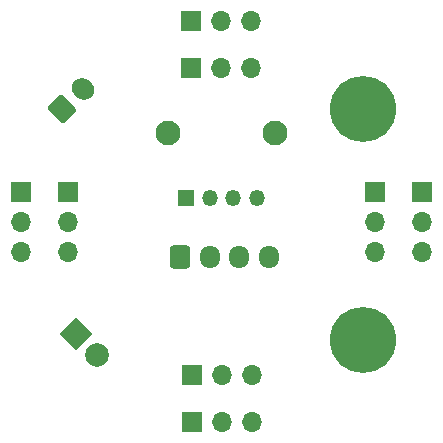
<source format=gbr>
%TF.GenerationSoftware,KiCad,Pcbnew,8.0.5*%
%TF.CreationDate,2025-01-19T22:36:25+08:00*%
%TF.ProjectId,Servo Breakout Board ,53657276-6f20-4427-9265-616b6f757420,rev?*%
%TF.SameCoordinates,Original*%
%TF.FileFunction,Soldermask,Bot*%
%TF.FilePolarity,Negative*%
%FSLAX46Y46*%
G04 Gerber Fmt 4.6, Leading zero omitted, Abs format (unit mm)*
G04 Created by KiCad (PCBNEW 8.0.5) date 2025-01-19 22:36:25*
%MOMM*%
%LPD*%
G01*
G04 APERTURE LIST*
G04 Aperture macros list*
%AMRoundRect*
0 Rectangle with rounded corners*
0 $1 Rounding radius*
0 $2 $3 $4 $5 $6 $7 $8 $9 X,Y pos of 4 corners*
0 Add a 4 corners polygon primitive as box body*
4,1,4,$2,$3,$4,$5,$6,$7,$8,$9,$2,$3,0*
0 Add four circle primitives for the rounded corners*
1,1,$1+$1,$2,$3*
1,1,$1+$1,$4,$5*
1,1,$1+$1,$6,$7*
1,1,$1+$1,$8,$9*
0 Add four rect primitives between the rounded corners*
20,1,$1+$1,$2,$3,$4,$5,0*
20,1,$1+$1,$4,$5,$6,$7,0*
20,1,$1+$1,$6,$7,$8,$9,0*
20,1,$1+$1,$8,$9,$2,$3,0*%
%AMHorizOval*
0 Thick line with rounded ends*
0 $1 width*
0 $2 $3 position (X,Y) of the first rounded end (center of the circle)*
0 $4 $5 position (X,Y) of the second rounded end (center of the circle)*
0 Add line between two ends*
20,1,$1,$2,$3,$4,$5,0*
0 Add two circle primitives to create the rounded ends*
1,1,$1,$2,$3*
1,1,$1,$4,$5*%
%AMRotRect*
0 Rectangle, with rotation*
0 The origin of the aperture is its center*
0 $1 length*
0 $2 width*
0 $3 Rotation angle, in degrees counterclockwise*
0 Add horizontal line*
21,1,$1,$2,0,0,$3*%
G04 Aperture macros list end*
%ADD10C,3.600000*%
%ADD11C,5.600000*%
%ADD12R,1.700000X1.700000*%
%ADD13O,1.700000X1.700000*%
%ADD14C,2.100000*%
%ADD15R,1.350000X1.350000*%
%ADD16O,1.350000X1.350000*%
%ADD17RoundRect,0.250000X0.106066X-0.954594X0.954594X-0.106066X-0.106066X0.954594X-0.954594X0.106066X0*%
%ADD18HorizOval,1.700000X-0.106066X0.106066X0.106066X-0.106066X0*%
%ADD19RotRect,2.000000X2.000000X315.000000*%
%ADD20C,2.000000*%
%ADD21RoundRect,0.250000X-0.600000X-0.725000X0.600000X-0.725000X0.600000X0.725000X-0.600000X0.725000X0*%
%ADD22O,1.700000X1.950000*%
G04 APERTURE END LIST*
D10*
%TO.C,M3*%
X52960000Y-62500000D03*
D11*
X52960000Y-62500000D03*
%TD*%
D12*
%TO.C,M1*%
X23960000Y-49960000D03*
D13*
X23960000Y-52500000D03*
X23960000Y-55040000D03*
%TD*%
D12*
%TO.C,M2*%
X38420000Y-35500000D03*
D13*
X40960000Y-35500000D03*
X43500000Y-35500000D03*
%TD*%
D12*
%TO.C,M5*%
X27960000Y-49960000D03*
D13*
X27960000Y-52500000D03*
X27960000Y-55040000D03*
%TD*%
D14*
%TO.C,2mm*%
X45460000Y-45000000D03*
%TD*%
D12*
%TO.C,M7*%
X53960000Y-50000000D03*
D13*
X53960000Y-52540000D03*
X53960000Y-55080000D03*
%TD*%
D10*
%TO.C,M3*%
X52960000Y-43000000D03*
D11*
X52960000Y-43000000D03*
%TD*%
D15*
%TO.C,J2*%
X37960000Y-50500000D03*
D16*
X39960000Y-50500000D03*
X41960000Y-50500000D03*
X43960000Y-50500000D03*
%TD*%
D14*
%TO.C,2mm*%
X36460000Y-45000000D03*
%TD*%
D12*
%TO.C,M8*%
X38475000Y-65500000D03*
D13*
X41015000Y-65500000D03*
X43555000Y-65500000D03*
%TD*%
D12*
%TO.C,M4*%
X38435000Y-69500000D03*
D13*
X40975000Y-69500000D03*
X43515000Y-69500000D03*
%TD*%
D12*
%TO.C,M3*%
X57960000Y-49960000D03*
D13*
X57960000Y-52500000D03*
X57960000Y-55040000D03*
%TD*%
D17*
%TO.C,J3*%
X27460000Y-43000000D03*
D18*
X29227767Y-41232233D03*
%TD*%
D19*
%TO.C,J1*%
X28664505Y-61992373D03*
D20*
X30460556Y-63788424D03*
%TD*%
D21*
%TO.C,J5*%
X37460000Y-55500000D03*
D22*
X39960000Y-55500000D03*
X42460000Y-55500000D03*
X44960000Y-55500000D03*
%TD*%
D12*
%TO.C,M6*%
X38420000Y-39500000D03*
D13*
X40960000Y-39500000D03*
X43500000Y-39500000D03*
%TD*%
M02*

</source>
